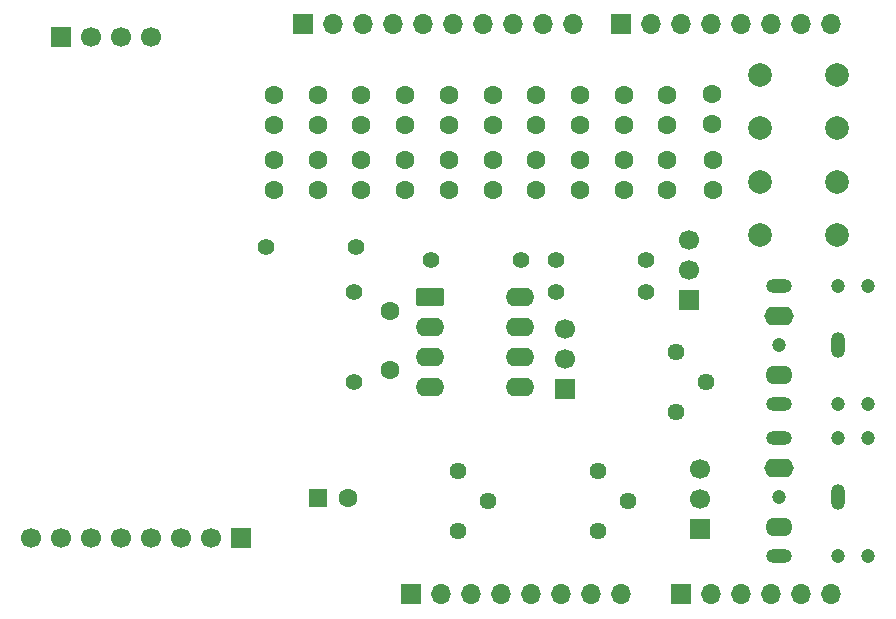
<source format=gbr>
%TF.GenerationSoftware,KiCad,Pcbnew,9.0.7*%
%TF.CreationDate,2026-02-03T14:42:13-07:00*%
%TF.ProjectId,Uno_Shield_DSP,556e6f5f-5368-4696-956c-645f4453502e,rev?*%
%TF.SameCoordinates,Original*%
%TF.FileFunction,Soldermask,Top*%
%TF.FilePolarity,Negative*%
%FSLAX46Y46*%
G04 Gerber Fmt 4.6, Leading zero omitted, Abs format (unit mm)*
G04 Created by KiCad (PCBNEW 9.0.7) date 2026-02-03 14:42:13*
%MOMM*%
%LPD*%
G01*
G04 APERTURE LIST*
G04 Aperture macros list*
%AMRoundRect*
0 Rectangle with rounded corners*
0 $1 Rounding radius*
0 $2 $3 $4 $5 $6 $7 $8 $9 X,Y pos of 4 corners*
0 Add a 4 corners polygon primitive as box body*
4,1,4,$2,$3,$4,$5,$6,$7,$8,$9,$2,$3,0*
0 Add four circle primitives for the rounded corners*
1,1,$1+$1,$2,$3*
1,1,$1+$1,$4,$5*
1,1,$1+$1,$6,$7*
1,1,$1+$1,$8,$9*
0 Add four rect primitives between the rounded corners*
20,1,$1+$1,$2,$3,$4,$5,0*
20,1,$1+$1,$4,$5,$6,$7,0*
20,1,$1+$1,$6,$7,$8,$9,0*
20,1,$1+$1,$8,$9,$2,$3,0*%
G04 Aperture macros list end*
%ADD10R,1.700000X1.700000*%
%ADD11O,1.700000X1.700000*%
%ADD12C,1.600000*%
%ADD13C,2.000000*%
%ADD14RoundRect,0.250000X-0.950000X-0.550000X0.950000X-0.550000X0.950000X0.550000X-0.950000X0.550000X0*%
%ADD15O,2.400000X1.600000*%
%ADD16C,1.200000*%
%ADD17O,2.200000X1.200000*%
%ADD18O,2.300000X1.600000*%
%ADD19O,1.200000X2.200000*%
%ADD20O,2.500000X1.600000*%
%ADD21RoundRect,0.250000X-0.550000X-0.550000X0.550000X-0.550000X0.550000X0.550000X-0.550000X0.550000X0*%
%ADD22C,1.440000*%
%ADD23C,1.400000*%
%ADD24C,1.700000*%
G04 APERTURE END LIST*
D10*
%TO.C,J1*%
X127940000Y-97460000D03*
D11*
X130480000Y-97460000D03*
X133020000Y-97460000D03*
X135560000Y-97460000D03*
X138100000Y-97460000D03*
X140640000Y-97460000D03*
X143180000Y-97460000D03*
X145720000Y-97460000D03*
%TD*%
D10*
%TO.C,J3*%
X150800000Y-97460000D03*
D11*
X153340000Y-97460000D03*
X155880000Y-97460000D03*
X158420000Y-97460000D03*
X160960000Y-97460000D03*
X163500000Y-97460000D03*
%TD*%
D10*
%TO.C,J2*%
X118796000Y-49200000D03*
D11*
X121336000Y-49200000D03*
X123876000Y-49200000D03*
X126416000Y-49200000D03*
X128956000Y-49200000D03*
X131496000Y-49200000D03*
X134036000Y-49200000D03*
X136576000Y-49200000D03*
X139116000Y-49200000D03*
X141656000Y-49200000D03*
%TD*%
D10*
%TO.C,J4*%
X145720000Y-49200000D03*
D11*
X148260000Y-49200000D03*
X150800000Y-49200000D03*
X153340000Y-49200000D03*
X155880000Y-49200000D03*
X158420000Y-49200000D03*
X160960000Y-49200000D03*
X163500000Y-49200000D03*
%TD*%
D12*
%TO.C,R9*%
X131150000Y-55210000D03*
X131150000Y-57750000D03*
%TD*%
D13*
%TO.C,SW1*%
X163975000Y-67075000D03*
X157475000Y-67075000D03*
X163975000Y-62575000D03*
X157475000Y-62575000D03*
%TD*%
D12*
%TO.C,R17*%
X134850000Y-60710000D03*
X134850000Y-63250000D03*
%TD*%
%TO.C,C2*%
X126200000Y-78500000D03*
X126200000Y-73500000D03*
%TD*%
D14*
%TO.C,U1*%
X129590000Y-72290000D03*
D15*
X129590000Y-74830000D03*
X129590000Y-77370000D03*
X129590000Y-79910000D03*
X137210000Y-79910000D03*
X137210000Y-77370000D03*
X137210000Y-74830000D03*
X137210000Y-72290000D03*
%TD*%
D16*
%TO.C,J13*%
X164100000Y-81375000D03*
X166600000Y-81375000D03*
X159100000Y-76375000D03*
X164100000Y-71375000D03*
X166600000Y-71375000D03*
D17*
X159100000Y-81375000D03*
D18*
X159100000Y-78875000D03*
D19*
X164100000Y-76375000D03*
D17*
X159100000Y-71375000D03*
D20*
X159100000Y-73875000D03*
%TD*%
D21*
%TO.C,C1*%
X120100000Y-89300000D03*
D12*
X122600000Y-89300000D03*
%TD*%
D22*
%TO.C,RV3*%
X150360000Y-82040000D03*
X152900000Y-79500000D03*
X150360000Y-76960000D03*
%TD*%
D12*
%TO.C,R10*%
X127450000Y-55210000D03*
X127450000Y-57750000D03*
%TD*%
%TO.C,R7*%
X138550000Y-55210000D03*
X138550000Y-57750000D03*
%TD*%
D23*
%TO.C,R26*%
X140230000Y-69200000D03*
X147850000Y-69200000D03*
%TD*%
D10*
%TO.C,J5*%
X113580000Y-92700000D03*
D24*
X111040000Y-92700000D03*
X108500000Y-92700000D03*
X105960000Y-92700000D03*
X103420000Y-92700000D03*
X100880000Y-92700000D03*
X98340000Y-92700000D03*
X95800000Y-92700000D03*
%TD*%
D22*
%TO.C,RV1*%
X131915000Y-92140000D03*
X134455000Y-89600000D03*
X131915000Y-87060000D03*
%TD*%
D12*
%TO.C,R1*%
X153500000Y-60700000D03*
X153500000Y-63240000D03*
%TD*%
D10*
%TO.C,J6*%
X98330000Y-50300000D03*
D24*
X100870000Y-50300000D03*
X103410000Y-50300000D03*
X105950000Y-50300000D03*
%TD*%
D12*
%TO.C,R2*%
X153450000Y-55150000D03*
X153450000Y-57690000D03*
%TD*%
%TO.C,R14*%
X145950000Y-60700000D03*
X145950000Y-63240000D03*
%TD*%
%TO.C,R5*%
X145950000Y-55200000D03*
X145950000Y-57740000D03*
%TD*%
%TO.C,R13*%
X116350000Y-55210000D03*
X116350000Y-57750000D03*
%TD*%
%TO.C,R20*%
X123750000Y-60710000D03*
X123750000Y-63250000D03*
%TD*%
D16*
%TO.C,J12*%
X164100000Y-94250000D03*
X166600000Y-94250000D03*
X159100000Y-89250000D03*
X164100000Y-84250000D03*
X166600000Y-84250000D03*
D17*
X159100000Y-94250000D03*
D18*
X159100000Y-91750000D03*
D19*
X164100000Y-89250000D03*
D17*
X159100000Y-84250000D03*
D20*
X159100000Y-86750000D03*
%TD*%
D12*
%TO.C,R12*%
X120050000Y-55210000D03*
X120050000Y-57750000D03*
%TD*%
%TO.C,R16*%
X138550000Y-60710000D03*
X138550000Y-63250000D03*
%TD*%
D23*
%TO.C,R27*%
X147820000Y-71900000D03*
X140200000Y-71900000D03*
%TD*%
D13*
%TO.C,SW2*%
X164000000Y-58000000D03*
X157500000Y-58000000D03*
X164000000Y-53500000D03*
X157500000Y-53500000D03*
%TD*%
D12*
%TO.C,R8*%
X134850000Y-55210000D03*
X134850000Y-57750000D03*
%TD*%
%TO.C,R21*%
X120050000Y-60710000D03*
X120050000Y-63250000D03*
%TD*%
D23*
%TO.C,R23*%
X123300000Y-68100000D03*
X115680000Y-68100000D03*
%TD*%
%TO.C,R25*%
X137260000Y-69200000D03*
X129640000Y-69200000D03*
%TD*%
D10*
%TO.C,J9*%
X141000000Y-80080000D03*
D24*
X141000000Y-77540000D03*
X141000000Y-75000000D03*
%TD*%
D22*
%TO.C,RV2*%
X143800000Y-92080000D03*
X146340000Y-89540000D03*
X143800000Y-87000000D03*
%TD*%
D12*
%TO.C,R6*%
X142250000Y-55210000D03*
X142250000Y-57750000D03*
%TD*%
%TO.C,R22*%
X116350000Y-60710000D03*
X116350000Y-63250000D03*
%TD*%
%TO.C,R4*%
X149650000Y-55200000D03*
X149650000Y-57740000D03*
%TD*%
%TO.C,R11*%
X123750000Y-55210000D03*
X123750000Y-57750000D03*
%TD*%
%TO.C,R3*%
X149650000Y-60700000D03*
X149650000Y-63240000D03*
%TD*%
%TO.C,R18*%
X131150000Y-60710000D03*
X131150000Y-63250000D03*
%TD*%
%TO.C,R19*%
X127450000Y-60710000D03*
X127450000Y-63250000D03*
%TD*%
D10*
%TO.C,J11*%
X151450000Y-72590000D03*
D24*
X151450000Y-70050000D03*
X151450000Y-67510000D03*
%TD*%
D12*
%TO.C,R15*%
X142250000Y-60700000D03*
X142250000Y-63240000D03*
%TD*%
D10*
%TO.C,J10*%
X152400000Y-91980000D03*
D24*
X152400000Y-89440000D03*
X152400000Y-86900000D03*
%TD*%
D23*
%TO.C,R24*%
X123100000Y-71900000D03*
X123100000Y-79520000D03*
%TD*%
M02*

</source>
